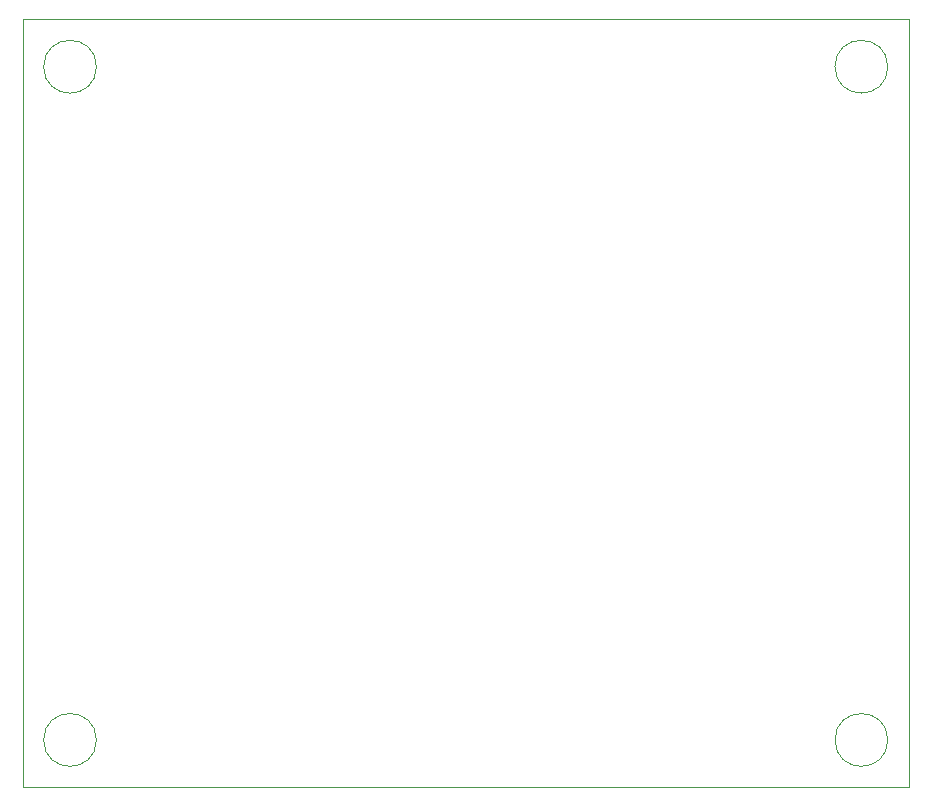
<source format=gbr>
%TF.GenerationSoftware,KiCad,Pcbnew,(6.0.4)*%
%TF.CreationDate,2023-07-03T21:21:24-07:00*%
%TF.ProjectId,299_RadioConfig,3239395f-5261-4646-996f-436f6e666967,rev?*%
%TF.SameCoordinates,Original*%
%TF.FileFunction,Profile,NP*%
%FSLAX46Y46*%
G04 Gerber Fmt 4.6, Leading zero omitted, Abs format (unit mm)*
G04 Created by KiCad (PCBNEW (6.0.4)) date 2023-07-03 21:21:24*
%MOMM*%
%LPD*%
G01*
G04 APERTURE LIST*
%TA.AperFunction,Profile*%
%ADD10C,0.100000*%
%TD*%
G04 APERTURE END LIST*
D10*
X198236068Y-49000000D02*
G75*
G03*
X198236068Y-49000000I-2236068J0D01*
G01*
X131236068Y-49000000D02*
G75*
G03*
X131236068Y-49000000I-2236068J0D01*
G01*
X131236068Y-106000000D02*
G75*
G03*
X131236068Y-106000000I-2236068J0D01*
G01*
X198236068Y-106000000D02*
G75*
G03*
X198236068Y-106000000I-2236068J0D01*
G01*
X125000000Y-110000000D02*
X200000000Y-110000000D01*
X200000000Y-110000000D02*
X200000000Y-45000000D01*
X200000000Y-45000000D02*
X125000000Y-45000000D01*
X125000000Y-45000000D02*
X125000000Y-110000000D01*
M02*

</source>
